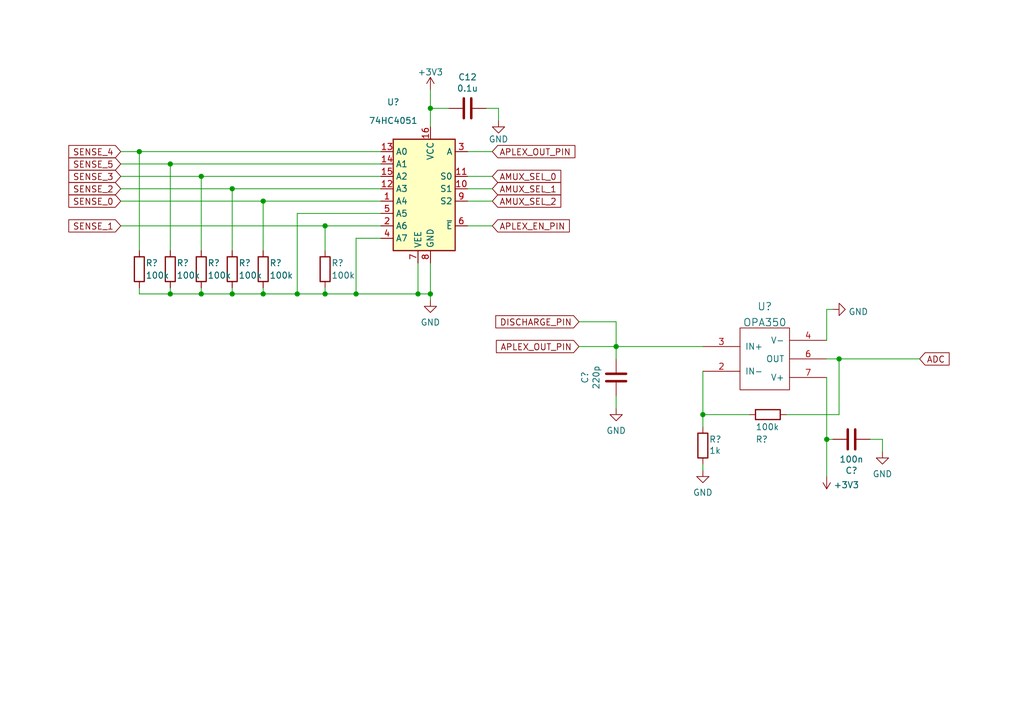
<source format=kicad_sch>
(kicad_sch (version 20211123) (generator eeschema)
  (paper "A5")
  (title_block (title "EC23U - Analog") (date "2022-11-18") (rev "1") (company "Cipulot PCB Design") (comment 1 "MIT License") (comment 2 "Cipulot"))
  (lib_symbols
    (symbol "74xx:74HC4051"
      (property "Reference" "U" (at -5.08 11.43 0))
      (property "Value" "74HC4051" (at -7.62 -13.97 0))
      (symbol "74HC4051_0_1"
        (rectangle (start -5.08 10.16) (end 7.62 -12.7) (stroke (width 0.254)) (fill (type background)))
      )
      (symbol "74HC4051_1_1"
        (pin passive line (at 10.16 -2.54 180) (length 2.54) (name "A4") (number "1"))
        (pin input line (at -7.62 0 0) (length 2.54) (name "S1") (number "10"))
        (pin input line (at -7.62 2.54 0) (length 2.54) (name "S0") (number "11"))
        (pin passive line (at 10.16 0 180) (length 2.54) (name "A3") (number "12"))
        (pin passive line (at 10.16 7.62 180) (length 2.54) (name "A0") (number "13"))
        (pin passive line (at 10.16 5.08 180) (length 2.54) (name "A1") (number "14"))
        (pin passive line (at 10.16 2.54 180) (length 2.54) (name "A2") (number "15"))
        (pin power_in line (at 0 12.7 270) (length 2.54) (name "VCC") (number "16"))
        (pin passive line (at 10.16 -7.62 180) (length 2.54) (name "A6") (number "2"))
        (pin passive line (at -7.62 7.62 0) (length 2.54) (name "A") (number "3"))
        (pin passive line (at 10.16 -10.16 180) (length 2.54) (name "A7") (number "4"))
        (pin passive line (at 10.16 -5.08 180) (length 2.54) (name "A5") (number "5"))
        (pin input line (at -7.62 -7.62 0) (length 2.54) (name "~{E}") (number "6"))
        (pin power_in line (at 2.54 -15.24 90) (length 2.54) (name "VEE") (number "7"))
        (pin power_in line (at 0 -15.24 90) (length 2.54) (name "GND") (number "8"))
        (pin input line (at -7.62 -2.54 0) (length 2.54) (name "S2") (number "9"))
      )
    )
    (symbol "Device:C" (pin_numbers hide) (pin_names (offset 0.254))
      (property "Reference" "C" (at 0.635 2.54 0))
      (property "Value" "C" (at 0.635 -2.54 0))
      (symbol "C_0_1"
        (polyline (pts (xy -2.032 -0.762) (xy 2.032 -0.762)) (stroke (width 0.508)))
        (polyline (pts (xy -2.032 0.762) (xy 2.032 0.762)) (stroke (width 0.508)))
      )
      (symbol "C_1_1"
        (pin passive line (at 0 3.81 270) (length 2.794) (name "~") (number "1"))
        (pin passive line (at 0 -3.81 90) (length 2.794) (name "~") (number "2"))
      )
    )
    (symbol "Device:R" (pin_numbers hide) (pin_names (offset 0))
      (property "Reference" "R" (at 2.032 0 90))
      (property "Value" "R" (at 0 0 90))
      (symbol "R_0_1"
        (rectangle (start -1.016 -2.54) (end 1.016 2.54) (stroke (width 0.254)))
      )
      (symbol "R_1_1"
        (pin passive line (at 0 3.81 270) (length 1.27) (name "~") (number "1"))
        (pin passive line (at 0 -3.81 90) (length 1.27) (name "~") (number "2"))
      )
    )
    (symbol "burrbrown:OPA350" (pin_names (offset 1.016))
      (property "Reference" "U" (at 8.89 -7.62 0))
      (property "Value" "OPA350" (at 5.08 7.62 0))
      (symbol "OPA350_0_1"
        (rectangle (start 0 -6.35) (end 10.16 6.35))
        (pin input line (at -7.62 2.54 0) (length 7.62) (name "IN-") (number "2"))
        (pin input line (at -7.62 -2.54 0) (length 7.62) (name "IN+") (number "3"))
        (pin input line (at 17.78 -3.81 180) (length 7.62) (name "V-") (number "4"))
        (pin input line (at 17.78 0 180) (length 7.62) (name "OUT") (number "6"))
        (pin input line (at 17.78 3.81 180) (length 7.62) (name "V+") (number "7"))
      )
    )
    (symbol "power:+3.3V" (power) (pin_names (offset 0))
      (property "Value" "+3.3V" (at 0 3.556 0))
      (symbol "+3.3V_0_1"
        (polyline (pts (xy -0.762 1.27) (xy 0 2.54)))
        (polyline (pts (xy 0 0) (xy 0 2.54)))
        (polyline (pts (xy 0 2.54) (xy 0.762 1.27)))
      )
      (symbol "+3.3V_1_1"
        (pin power_in line (at 0 0 90) (length 0) hide (name "+3V3") (number "1"))
      )
    )
    (symbol "power:GND" (power) (pin_names (offset 0))
      (property "Value" "GND" (at 0 -3.81 0))
      (symbol "GND_0_1"
        (polyline (pts (xy 0 0) (xy 0 -1.27) (xy 1.27 -1.27) (xy 0 -2.54) (xy -1.27 -1.27) (xy 0 -1.27)))
      )
      (symbol "GND_1_1"
        (pin power_in line (at 0 0 270) (length 0) hide (name "GND") (number "1"))
      )
    )
  )
  (junction (at 144.145 85.09))
  (junction (at 66.675 46.355))
  (junction (at 85.725 60.325))
  (junction (at 34.925 33.655))
  (junction (at 47.625 38.735))
  (junction (at 34.925 60.325))
  (junction (at 53.975 41.275))
  (junction (at 41.275 36.195))
  (junction (at 126.365 71.12))
  (junction (at 53.975 60.325))
  (junction (at 172.085 73.66))
  (junction (at 73.025 60.325))
  (junction (at 47.625 60.325))
  (junction (at 66.675 60.325))
  (junction (at 41.275 60.325))
  (junction (at 88.265 22.225))
  (junction (at 88.265 60.325))
  (junction (at 28.575 31.115))
  (junction (at 169.545 90.17))
  (junction (at 60.96 60.325))
  (wire (pts (xy 126.365 73.66) (xy 126.365 71.12)))
  (wire (pts (xy 66.675 46.355) (xy 78.105 46.355)))
  (wire (pts (xy 169.545 63.5) (xy 170.815 63.5)))
  (wire (pts (xy 85.725 60.325) (xy 88.265 60.325)))
  (wire (pts (xy 95.885 38.735) (xy 100.965 38.735)))
  (wire (pts (xy 118.745 66.04) (xy 126.365 66.04)))
  (wire (pts (xy 47.625 59.055) (xy 47.625 60.325)))
  (wire (pts (xy 180.975 90.17) (xy 180.975 92.71)))
  (wire (pts (xy 60.96 60.325) (xy 60.96 43.815)))
  (wire (pts (xy 47.625 38.735) (xy 47.625 51.435)))
  (wire (pts (xy 144.145 95.25) (xy 144.145 96.52)))
  (wire (pts (xy 78.105 48.895) (xy 73.025 48.895)))
  (wire (pts (xy 172.085 73.66) (xy 169.545 73.66)))
  (wire (pts (xy 85.725 53.975) (xy 85.725 60.325)))
  (wire (pts (xy 172.085 73.66) (xy 188.595 73.66)))
  (wire (pts (xy 88.265 61.595) (xy 88.265 60.325)))
  (wire (pts (xy 95.885 36.195) (xy 100.965 36.195)))
  (wire (pts (xy 88.265 22.225) (xy 88.265 26.035)))
  (wire (pts (xy 126.365 71.12) (xy 144.145 71.12)))
  (wire (pts (xy 144.145 85.09) (xy 153.67 85.09)))
  (wire (pts (xy 92.075 22.225) (xy 88.265 22.225)))
  (wire (pts (xy 78.105 33.655) (xy 34.925 33.655)))
  (wire (pts (xy 24.765 41.275) (xy 53.975 41.275)))
  (wire (pts (xy 34.925 59.055) (xy 34.925 60.325)))
  (wire (pts (xy 118.745 71.12) (xy 126.365 71.12)))
  (wire (pts (xy 66.675 60.325) (xy 73.025 60.325)))
  (wire (pts (xy 24.765 31.115) (xy 28.575 31.115)))
  (wire (pts (xy 53.975 51.435) (xy 53.975 41.275)))
  (wire (pts (xy 78.105 36.195) (xy 41.275 36.195)))
  (wire (pts (xy 28.575 31.115) (xy 78.105 31.115)))
  (wire (pts (xy 73.025 48.895) (xy 73.025 60.325)))
  (wire (pts (xy 24.765 38.735) (xy 47.625 38.735)))
  (wire (pts (xy 99.695 22.225) (xy 102.235 22.225)))
  (wire (pts (xy 126.365 81.28) (xy 126.365 83.82)))
  (wire (pts (xy 41.275 60.325) (xy 47.625 60.325)))
  (wire (pts (xy 24.765 46.355) (xy 66.675 46.355)))
  (wire (pts (xy 169.545 77.47) (xy 169.545 90.17)))
  (wire (pts (xy 172.085 85.09) (xy 172.085 73.66)))
  (wire (pts (xy 34.925 51.435) (xy 34.925 33.655)))
  (wire (pts (xy 169.545 69.85) (xy 169.545 63.5)))
  (wire (pts (xy 47.625 60.325) (xy 53.975 60.325)))
  (wire (pts (xy 161.29 85.09) (xy 172.085 85.09)))
  (wire (pts (xy 60.96 60.325) (xy 66.675 60.325)))
  (wire (pts (xy 144.145 76.2) (xy 144.145 85.09)))
  (wire (pts (xy 126.365 66.04) (xy 126.365 71.12)))
  (wire (pts (xy 78.105 38.735) (xy 47.625 38.735)))
  (wire (pts (xy 53.975 59.055) (xy 53.975 60.325)))
  (wire (pts (xy 24.765 33.655) (xy 34.925 33.655)))
  (wire (pts (xy 53.975 60.325) (xy 60.96 60.325)))
  (wire (pts (xy 34.925 60.325) (xy 41.275 60.325)))
  (wire (pts (xy 78.105 41.275) (xy 53.975 41.275)))
  (wire (pts (xy 60.96 43.815) (xy 78.105 43.815)))
  (wire (pts (xy 24.765 36.195) (xy 41.275 36.195)))
  (wire (pts (xy 170.815 90.17) (xy 169.545 90.17)))
  (wire (pts (xy 28.575 51.435) (xy 28.575 31.115)))
  (wire (pts (xy 41.275 51.435) (xy 41.275 36.195)))
  (wire (pts (xy 100.965 46.355) (xy 95.885 46.355)))
  (wire (pts (xy 66.675 51.435) (xy 66.675 46.355)))
  (wire (pts (xy 28.575 59.055) (xy 28.575 60.325)))
  (wire (pts (xy 144.145 85.09) (xy 144.145 87.63)))
  (wire (pts (xy 41.275 59.055) (xy 41.275 60.325)))
  (wire (pts (xy 100.965 31.115) (xy 95.885 31.115)))
  (wire (pts (xy 88.265 18.415) (xy 88.265 22.225)))
  (wire (pts (xy 73.025 60.325) (xy 85.725 60.325)))
  (wire (pts (xy 28.575 60.325) (xy 34.925 60.325)))
  (wire (pts (xy 178.435 90.17) (xy 180.975 90.17)))
  (wire (pts (xy 95.885 41.275) (xy 100.965 41.275)))
  (wire (pts (xy 102.235 22.225) (xy 102.235 24.765)))
  (wire (pts (xy 169.545 97.79) (xy 169.545 90.17)))
  (wire (pts (xy 88.265 53.975) (xy 88.265 60.325)))
  (wire (pts (xy 66.675 59.055) (xy 66.675 60.325)))
  (global_label "SENSE_2" (shape input) (at 24.765 38.735 180) (property "Intersheet References" "${INTERSHEET_REFS}" (effects hide)))
  (global_label "ADC" (shape input) (at 188.595 73.66 0) (property "Intersheet References" "${INTERSHEET_REFS}" (effects hide)))
  (global_label "DISCHARGE_PIN" (shape input) (at 118.745 66.04 180) (property "Intersheet References" "${INTERSHEET_REFS}" (effects hide)))
  (global_label "SENSE_4" (shape input) (at 24.765 31.115 180) (property "Intersheet References" "${INTERSHEET_REFS}" (effects hide)))
  (global_label "SENSE_3" (shape input) (at 24.765 36.195 180) (property "Intersheet References" "${INTERSHEET_REFS}" (effects hide)))
  (global_label "AMUX_SEL_1" (shape input) (at 100.965 38.735 0) (property "Intersheet References" "${INTERSHEET_REFS}" (effects hide)))
  (global_label "SENSE_0" (shape input) (at 24.765 41.275 180) (property "Intersheet References" "${INTERSHEET_REFS}" (effects hide)))
  (global_label "SENSE_1" (shape input) (at 24.765 46.355 180) (property "Intersheet References" "${INTERSHEET_REFS}" (effects hide)))
  (global_label "APLEX_EN_PIN" (shape input) (at 100.965 46.355 0) (property "Intersheet References" "${INTERSHEET_REFS}" (effects hide)))
  (global_label "APLEX_OUT_PIN" (shape input) (at 118.745 71.12 180) (property "Intersheet References" "${INTERSHEET_REFS}" (effects hide)))
  (global_label "AMUX_SEL_2" (shape input) (at 100.965 41.275 0) (property "Intersheet References" "${INTERSHEET_REFS}" (effects hide)))
  (global_label "AMUX_SEL_0" (shape input) (at 100.965 36.195 0) (property "Intersheet References" "${INTERSHEET_REFS}" (effects hide)))
  (global_label "SENSE_5" (shape input) (at 24.765 33.655 180) (property "Intersheet References" "${INTERSHEET_REFS}" (effects hide)))
  (global_label "APLEX_OUT_PIN" (shape input) (at 100.965 31.115 0) (property "Intersheet References" "${INTERSHEET_REFS}" (effects hide)))
  (symbol (lib_id "Device:R") (at 53.975 55.245 0) (unit 1)
    (property "Reference" "R?" (at 55.245 53.975 0) (effects (justify left)))
    (property "Value" "100k" (at 55.245 56.515 0) (effects (justify left)))
    (property "Footprint" "Resistor_SMD:R_0402_1005Metric" (effects hide))
    (property "LCSC" "C25741" (effects hide))
  )
  (symbol (lib_id "power:GND") (at 88.265 61.595 0) (unit 1)
    (property "Reference" "#PWR033" (effects hide))
    (property "Value" "GND" (at 88.265 66.1575 0))
  )
  (symbol (lib_id "Device:C") (at 174.625 90.17 270) (mirror x) (unit 1)
    (property "Reference" "C?" (at 174.625 96.5708 90))
    (property "Value" "100n" (at 174.625 94.2594 90))
    (property "Footprint" "Capacitor_SMD:C_0402_1005Metric" (effects hide))
    (property "LCSC" "C307331" (effects hide))
  )
  (symbol (lib_id "Device:R") (at 34.925 55.245 0) (unit 1)
    (property "Reference" "R?" (at 36.195 53.975 0) (effects (justify left)))
    (property "Value" "100k" (at 36.195 56.515 0) (effects (justify left)))
    (property "Footprint" "Resistor_SMD:R_0402_1005Metric" (effects hide))
    (property "LCSC" "C25741" (effects hide))
  )
  (symbol (lib_id "burrbrown:OPA350") (at 151.765 73.66 0) (mirror x) (unit 1)
    (property "Reference" "U?" (at 156.845 62.9061 0) (effects (font (size 1.524 1.524))))
    (property "Value" "OPA350" (at 156.845 66.1851 0) (effects (font (size 1.524 1.524))))
    (property "Footprint" "Package_SO:SOIC-8_3.9x4.9mm_P1.27mm" (effects hide))
    (property "LCSC" "C13388" (effects hide))
  )
  (symbol (lib_id "Device:R") (at 28.575 55.245 0) (unit 1)
    (property "Reference" "R?" (at 29.845 53.975 0) (effects (justify left)))
    (property "Value" "100k" (at 29.845 56.515 0) (effects (justify left)))
    (property "Footprint" "Resistor_SMD:R_0402_1005Metric" (effects hide))
    (property "LCSC" "C25741" (effects hide))
  )
  (symbol (lib_id "74xx:74HC4051") (at 88.265 38.735 0) (mirror y) (unit 1)
    (property "Reference" "U?" (at 80.645 20.955 0))
    (property "Value" "74HC4051" (at 80.645 24.765 0))
    (property "Footprint" "cipulot_parts:TSSOP16" (effects hide))
    (property "Datasheet" "http://www.ti.com/lit/ds/symlink/cd74hc4051.pdf" (effects hide))
    (property "LCSC" "C5645" (effects hide))
  )
  (symbol (lib_id "Device:C") (at 126.365 77.47 0) (unit 1)
    (property "Reference" "C?" (at 119.9642 77.47 90))
    (property "Value" "220p" (at 122.2756 77.47 90))
    (property "Footprint" "Capacitor_SMD:C_0402_1005Metric" (effects hide))
    (property "LCSC" "C1530" (effects hide))
  )
  (symbol (lib_id "Device:C") (at 95.885 22.225 270) (unit 1)
    (property "Reference" "C12" (at 95.885 15.8242 90))
    (property "Value" "0.1u" (at 95.885 18.1356 90))
    (property "Footprint" "Capacitor_SMD:C_0402_1005Metric" (effects hide))
    (property "LCSC" "C307331" (effects hide))
  )
  (symbol (lib_id "power:GND") (at 102.235 24.765 0) (unit 1)
    (property "Reference" "#PWR030" (effects hide))
    (property "Value" "GND" (at 102.235 28.575 0))
  )
  (symbol (lib_id "power:GND") (at 144.145 96.52 0) (unit 1)
    (property "Reference" "#PWR?" (effects hide))
    (property "Value" "GND" (at 144.145 101.0825 0))
  )
  (symbol (lib_id "Device:R") (at 157.48 85.09 270) (unit 1)
    (property "Reference" "R?" (at 154.94 90.17 90) (effects (justify left)))
    (property "Value" "100k" (at 154.94 87.63 90) (effects (justify left)))
    (property "Footprint" "Resistor_SMD:R_0402_1005Metric" (effects hide))
    (property "LCSC" "C25741" (effects hide))
  )
  (symbol (lib_id "power:+3.3V") (at 169.545 97.79 180) (unit 1)
    (property "Reference" "#PWR?" (effects hide))
    (property "Value" "+3.3V" (at 170.942 99.539 0) (effects (justify right)))
  )
  (symbol (lib_id "Device:R") (at 66.675 55.245 0) (unit 1)
    (property "Reference" "R?" (at 67.945 53.975 0) (effects (justify left)))
    (property "Value" "100k" (at 67.945 56.515 0) (effects (justify left)))
    (property "Footprint" "Resistor_SMD:R_0402_1005Metric" (effects hide))
    (property "LCSC" "C25741" (effects hide))
  )
  (symbol (lib_id "Device:R") (at 144.145 91.44 0) (unit 1)
    (property "Reference" "R?" (at 145.415 90.17 0) (effects (justify left)))
    (property "Value" "1k" (at 145.415 92.4814 0) (effects (justify left)))
    (property "Footprint" "Resistor_SMD:R_0402_1005Metric" (effects hide))
    (property "LCSC" "C11702" (effects hide))
  )
  (symbol (lib_id "power:+3.3V") (at 88.265 18.415 0) (unit 1)
    (property "Reference" "#PWR029" (effects hide))
    (property "Value" "+3.3V" (at 88.265 14.8105 0))
  )
  (symbol (lib_id "power:GND") (at 126.365 83.82 0) (unit 1)
    (property "Reference" "#PWR?" (effects hide))
    (property "Value" "GND" (at 126.365 88.3825 0))
  )
  (symbol (lib_id "Device:R") (at 41.275 55.245 0) (unit 1)
    (property "Reference" "R?" (at 42.545 53.975 0) (effects (justify left)))
    (property "Value" "100k" (at 42.545 56.515 0) (effects (justify left)))
    (property "Footprint" "Resistor_SMD:R_0402_1005Metric" (effects hide))
    (property "LCSC" "C25741" (effects hide))
  )
  (symbol (lib_id "power:GND") (at 170.815 63.5 90) (unit 1)
    (property "Reference" "#PWR?" (effects hide))
    (property "Value" "GND" (at 173.99 63.979 90) (effects (justify right)))
  )
  (symbol (lib_id "power:GND") (at 180.975 92.71 0) (unit 1)
    (property "Reference" "#PWR?" (effects hide))
    (property "Value" "GND" (at 180.975 97.2725 0))
  )
  (symbol (lib_id "Device:R") (at 47.625 55.245 0) (unit 1)
    (property "Reference" "R?" (at 48.895 53.975 0) (effects (justify left)))
    (property "Value" "100k" (at 48.895 56.515 0) (effects (justify left)))
    (property "Footprint" "Resistor_SMD:R_0402_1005Metric" (effects hide))
    (property "LCSC" "C25741" (effects hide))
  )
)
</source>
